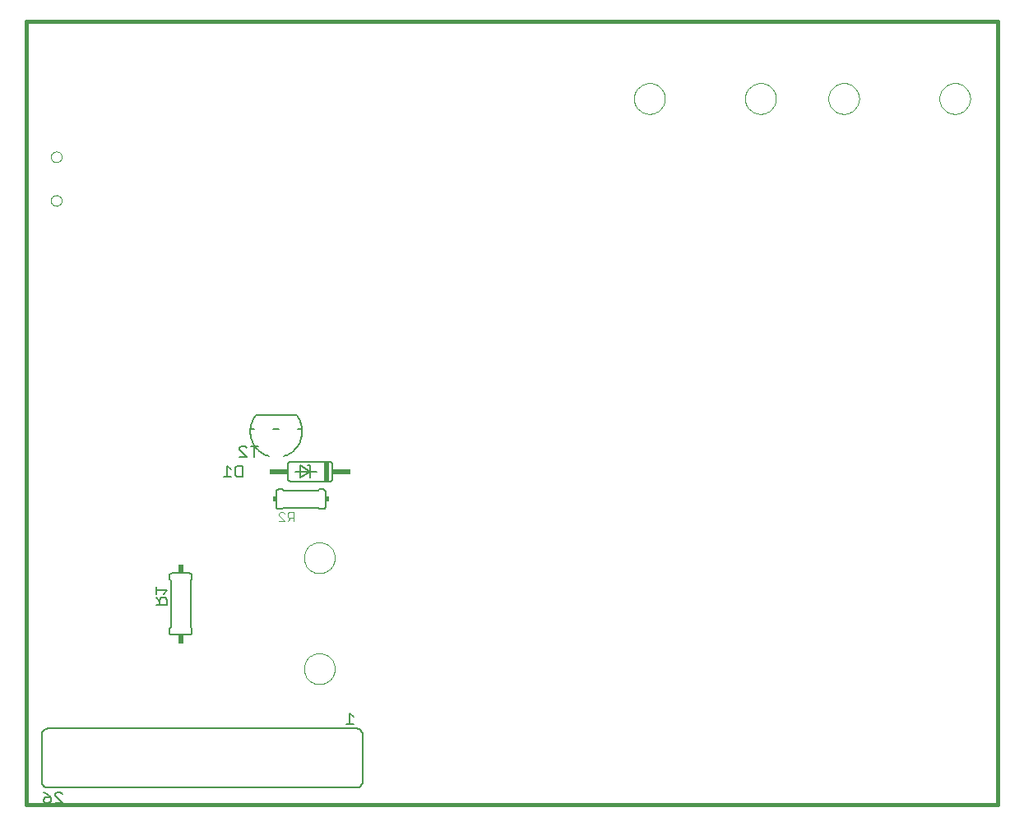
<source format=gbo>
G75*
%MOIN*%
%OFA0B0*%
%FSLAX24Y24*%
%IPPOS*%
%LPD*%
%AMOC8*
5,1,8,0,0,1.08239X$1,22.5*
%
%ADD10C,0.0160*%
%ADD11C,0.0000*%
%ADD12C,0.0060*%
%ADD13R,0.0240X0.0340*%
%ADD14C,0.0050*%
%ADD15C,0.0040*%
%ADD16R,0.0150X0.0200*%
%ADD17R,0.0200X0.0800*%
%ADD18R,0.0750X0.0200*%
D10*
X005898Y000275D02*
X005898Y032021D01*
X045268Y032021D01*
X045268Y000275D01*
X005898Y000275D01*
D11*
X017149Y005775D02*
X017151Y005825D01*
X017157Y005874D01*
X017167Y005922D01*
X017180Y005970D01*
X017198Y006017D01*
X017219Y006062D01*
X017243Y006105D01*
X017271Y006146D01*
X017302Y006184D01*
X017336Y006221D01*
X017373Y006254D01*
X017412Y006284D01*
X017454Y006311D01*
X017497Y006335D01*
X017543Y006355D01*
X017590Y006371D01*
X017638Y006384D01*
X017686Y006393D01*
X017736Y006398D01*
X017785Y006399D01*
X017835Y006396D01*
X017884Y006389D01*
X017933Y006378D01*
X017980Y006364D01*
X018026Y006345D01*
X018071Y006323D01*
X018113Y006298D01*
X018154Y006269D01*
X018192Y006238D01*
X018227Y006203D01*
X018260Y006165D01*
X018289Y006126D01*
X018315Y006083D01*
X018338Y006039D01*
X018357Y005994D01*
X018373Y005946D01*
X018385Y005898D01*
X018393Y005849D01*
X018397Y005800D01*
X018397Y005750D01*
X018393Y005701D01*
X018385Y005652D01*
X018373Y005604D01*
X018357Y005556D01*
X018338Y005511D01*
X018315Y005467D01*
X018289Y005424D01*
X018260Y005385D01*
X018227Y005347D01*
X018192Y005312D01*
X018154Y005281D01*
X018113Y005252D01*
X018071Y005227D01*
X018026Y005205D01*
X017980Y005186D01*
X017933Y005172D01*
X017884Y005161D01*
X017835Y005154D01*
X017785Y005151D01*
X017736Y005152D01*
X017686Y005157D01*
X017638Y005166D01*
X017590Y005179D01*
X017543Y005195D01*
X017497Y005215D01*
X017454Y005239D01*
X017412Y005266D01*
X017373Y005296D01*
X017336Y005329D01*
X017302Y005366D01*
X017271Y005404D01*
X017243Y005445D01*
X017219Y005488D01*
X017198Y005533D01*
X017180Y005580D01*
X017167Y005628D01*
X017157Y005676D01*
X017151Y005725D01*
X017149Y005775D01*
X017149Y010275D02*
X017151Y010325D01*
X017157Y010374D01*
X017167Y010422D01*
X017180Y010470D01*
X017198Y010517D01*
X017219Y010562D01*
X017243Y010605D01*
X017271Y010646D01*
X017302Y010684D01*
X017336Y010721D01*
X017373Y010754D01*
X017412Y010784D01*
X017454Y010811D01*
X017497Y010835D01*
X017543Y010855D01*
X017590Y010871D01*
X017638Y010884D01*
X017686Y010893D01*
X017736Y010898D01*
X017785Y010899D01*
X017835Y010896D01*
X017884Y010889D01*
X017933Y010878D01*
X017980Y010864D01*
X018026Y010845D01*
X018071Y010823D01*
X018113Y010798D01*
X018154Y010769D01*
X018192Y010738D01*
X018227Y010703D01*
X018260Y010665D01*
X018289Y010626D01*
X018315Y010583D01*
X018338Y010539D01*
X018357Y010494D01*
X018373Y010446D01*
X018385Y010398D01*
X018393Y010349D01*
X018397Y010300D01*
X018397Y010250D01*
X018393Y010201D01*
X018385Y010152D01*
X018373Y010104D01*
X018357Y010056D01*
X018338Y010011D01*
X018315Y009967D01*
X018289Y009924D01*
X018260Y009885D01*
X018227Y009847D01*
X018192Y009812D01*
X018154Y009781D01*
X018113Y009752D01*
X018071Y009727D01*
X018026Y009705D01*
X017980Y009686D01*
X017933Y009672D01*
X017884Y009661D01*
X017835Y009654D01*
X017785Y009651D01*
X017736Y009652D01*
X017686Y009657D01*
X017638Y009666D01*
X017590Y009679D01*
X017543Y009695D01*
X017497Y009715D01*
X017454Y009739D01*
X017412Y009766D01*
X017373Y009796D01*
X017336Y009829D01*
X017302Y009866D01*
X017271Y009904D01*
X017243Y009945D01*
X017219Y009988D01*
X017198Y010033D01*
X017180Y010080D01*
X017167Y010128D01*
X017157Y010176D01*
X017151Y010225D01*
X017149Y010275D01*
X006892Y024764D02*
X006894Y024793D01*
X006900Y024821D01*
X006909Y024849D01*
X006922Y024875D01*
X006939Y024898D01*
X006958Y024920D01*
X006980Y024939D01*
X007005Y024954D01*
X007031Y024967D01*
X007059Y024975D01*
X007087Y024980D01*
X007116Y024981D01*
X007145Y024978D01*
X007173Y024971D01*
X007200Y024961D01*
X007226Y024947D01*
X007249Y024930D01*
X007270Y024910D01*
X007288Y024887D01*
X007303Y024862D01*
X007314Y024835D01*
X007322Y024807D01*
X007326Y024778D01*
X007326Y024750D01*
X007322Y024721D01*
X007314Y024693D01*
X007303Y024666D01*
X007288Y024641D01*
X007270Y024618D01*
X007249Y024598D01*
X007226Y024581D01*
X007200Y024567D01*
X007173Y024557D01*
X007145Y024550D01*
X007116Y024547D01*
X007087Y024548D01*
X007059Y024553D01*
X007031Y024561D01*
X007005Y024574D01*
X006980Y024589D01*
X006958Y024608D01*
X006939Y024630D01*
X006922Y024653D01*
X006909Y024679D01*
X006900Y024707D01*
X006894Y024735D01*
X006892Y024764D01*
X006892Y026536D02*
X006894Y026565D01*
X006900Y026593D01*
X006909Y026621D01*
X006922Y026647D01*
X006939Y026670D01*
X006958Y026692D01*
X006980Y026711D01*
X007005Y026726D01*
X007031Y026739D01*
X007059Y026747D01*
X007087Y026752D01*
X007116Y026753D01*
X007145Y026750D01*
X007173Y026743D01*
X007200Y026733D01*
X007226Y026719D01*
X007249Y026702D01*
X007270Y026682D01*
X007288Y026659D01*
X007303Y026634D01*
X007314Y026607D01*
X007322Y026579D01*
X007326Y026550D01*
X007326Y026522D01*
X007322Y026493D01*
X007314Y026465D01*
X007303Y026438D01*
X007288Y026413D01*
X007270Y026390D01*
X007249Y026370D01*
X007226Y026353D01*
X007200Y026339D01*
X007173Y026329D01*
X007145Y026322D01*
X007116Y026319D01*
X007087Y026320D01*
X007059Y026325D01*
X007031Y026333D01*
X007005Y026346D01*
X006980Y026361D01*
X006958Y026380D01*
X006939Y026402D01*
X006922Y026425D01*
X006909Y026451D01*
X006900Y026479D01*
X006894Y026507D01*
X006892Y026536D01*
X030524Y028900D02*
X030526Y028950D01*
X030532Y028999D01*
X030542Y029047D01*
X030555Y029095D01*
X030573Y029142D01*
X030594Y029187D01*
X030618Y029230D01*
X030646Y029271D01*
X030677Y029309D01*
X030711Y029346D01*
X030748Y029379D01*
X030787Y029409D01*
X030829Y029436D01*
X030872Y029460D01*
X030918Y029480D01*
X030965Y029496D01*
X031013Y029509D01*
X031061Y029518D01*
X031111Y029523D01*
X031160Y029524D01*
X031210Y029521D01*
X031259Y029514D01*
X031308Y029503D01*
X031355Y029489D01*
X031401Y029470D01*
X031446Y029448D01*
X031488Y029423D01*
X031529Y029394D01*
X031567Y029363D01*
X031602Y029328D01*
X031635Y029290D01*
X031664Y029251D01*
X031690Y029208D01*
X031713Y029164D01*
X031732Y029119D01*
X031748Y029071D01*
X031760Y029023D01*
X031768Y028974D01*
X031772Y028925D01*
X031772Y028875D01*
X031768Y028826D01*
X031760Y028777D01*
X031748Y028729D01*
X031732Y028681D01*
X031713Y028636D01*
X031690Y028592D01*
X031664Y028549D01*
X031635Y028510D01*
X031602Y028472D01*
X031567Y028437D01*
X031529Y028406D01*
X031488Y028377D01*
X031446Y028352D01*
X031401Y028330D01*
X031355Y028311D01*
X031308Y028297D01*
X031259Y028286D01*
X031210Y028279D01*
X031160Y028276D01*
X031111Y028277D01*
X031061Y028282D01*
X031013Y028291D01*
X030965Y028304D01*
X030918Y028320D01*
X030872Y028340D01*
X030829Y028364D01*
X030787Y028391D01*
X030748Y028421D01*
X030711Y028454D01*
X030677Y028491D01*
X030646Y028529D01*
X030618Y028570D01*
X030594Y028613D01*
X030573Y028658D01*
X030555Y028705D01*
X030542Y028753D01*
X030532Y028801D01*
X030526Y028850D01*
X030524Y028900D01*
X035024Y028900D02*
X035026Y028950D01*
X035032Y028999D01*
X035042Y029047D01*
X035055Y029095D01*
X035073Y029142D01*
X035094Y029187D01*
X035118Y029230D01*
X035146Y029271D01*
X035177Y029309D01*
X035211Y029346D01*
X035248Y029379D01*
X035287Y029409D01*
X035329Y029436D01*
X035372Y029460D01*
X035418Y029480D01*
X035465Y029496D01*
X035513Y029509D01*
X035561Y029518D01*
X035611Y029523D01*
X035660Y029524D01*
X035710Y029521D01*
X035759Y029514D01*
X035808Y029503D01*
X035855Y029489D01*
X035901Y029470D01*
X035946Y029448D01*
X035988Y029423D01*
X036029Y029394D01*
X036067Y029363D01*
X036102Y029328D01*
X036135Y029290D01*
X036164Y029251D01*
X036190Y029208D01*
X036213Y029164D01*
X036232Y029119D01*
X036248Y029071D01*
X036260Y029023D01*
X036268Y028974D01*
X036272Y028925D01*
X036272Y028875D01*
X036268Y028826D01*
X036260Y028777D01*
X036248Y028729D01*
X036232Y028681D01*
X036213Y028636D01*
X036190Y028592D01*
X036164Y028549D01*
X036135Y028510D01*
X036102Y028472D01*
X036067Y028437D01*
X036029Y028406D01*
X035988Y028377D01*
X035946Y028352D01*
X035901Y028330D01*
X035855Y028311D01*
X035808Y028297D01*
X035759Y028286D01*
X035710Y028279D01*
X035660Y028276D01*
X035611Y028277D01*
X035561Y028282D01*
X035513Y028291D01*
X035465Y028304D01*
X035418Y028320D01*
X035372Y028340D01*
X035329Y028364D01*
X035287Y028391D01*
X035248Y028421D01*
X035211Y028454D01*
X035177Y028491D01*
X035146Y028529D01*
X035118Y028570D01*
X035094Y028613D01*
X035073Y028658D01*
X035055Y028705D01*
X035042Y028753D01*
X035032Y028801D01*
X035026Y028850D01*
X035024Y028900D01*
X038399Y028900D02*
X038401Y028950D01*
X038407Y028999D01*
X038417Y029047D01*
X038430Y029095D01*
X038448Y029142D01*
X038469Y029187D01*
X038493Y029230D01*
X038521Y029271D01*
X038552Y029309D01*
X038586Y029346D01*
X038623Y029379D01*
X038662Y029409D01*
X038704Y029436D01*
X038747Y029460D01*
X038793Y029480D01*
X038840Y029496D01*
X038888Y029509D01*
X038936Y029518D01*
X038986Y029523D01*
X039035Y029524D01*
X039085Y029521D01*
X039134Y029514D01*
X039183Y029503D01*
X039230Y029489D01*
X039276Y029470D01*
X039321Y029448D01*
X039363Y029423D01*
X039404Y029394D01*
X039442Y029363D01*
X039477Y029328D01*
X039510Y029290D01*
X039539Y029251D01*
X039565Y029208D01*
X039588Y029164D01*
X039607Y029119D01*
X039623Y029071D01*
X039635Y029023D01*
X039643Y028974D01*
X039647Y028925D01*
X039647Y028875D01*
X039643Y028826D01*
X039635Y028777D01*
X039623Y028729D01*
X039607Y028681D01*
X039588Y028636D01*
X039565Y028592D01*
X039539Y028549D01*
X039510Y028510D01*
X039477Y028472D01*
X039442Y028437D01*
X039404Y028406D01*
X039363Y028377D01*
X039321Y028352D01*
X039276Y028330D01*
X039230Y028311D01*
X039183Y028297D01*
X039134Y028286D01*
X039085Y028279D01*
X039035Y028276D01*
X038986Y028277D01*
X038936Y028282D01*
X038888Y028291D01*
X038840Y028304D01*
X038793Y028320D01*
X038747Y028340D01*
X038704Y028364D01*
X038662Y028391D01*
X038623Y028421D01*
X038586Y028454D01*
X038552Y028491D01*
X038521Y028529D01*
X038493Y028570D01*
X038469Y028613D01*
X038448Y028658D01*
X038430Y028705D01*
X038417Y028753D01*
X038407Y028801D01*
X038401Y028850D01*
X038399Y028900D01*
X042899Y028900D02*
X042901Y028950D01*
X042907Y028999D01*
X042917Y029047D01*
X042930Y029095D01*
X042948Y029142D01*
X042969Y029187D01*
X042993Y029230D01*
X043021Y029271D01*
X043052Y029309D01*
X043086Y029346D01*
X043123Y029379D01*
X043162Y029409D01*
X043204Y029436D01*
X043247Y029460D01*
X043293Y029480D01*
X043340Y029496D01*
X043388Y029509D01*
X043436Y029518D01*
X043486Y029523D01*
X043535Y029524D01*
X043585Y029521D01*
X043634Y029514D01*
X043683Y029503D01*
X043730Y029489D01*
X043776Y029470D01*
X043821Y029448D01*
X043863Y029423D01*
X043904Y029394D01*
X043942Y029363D01*
X043977Y029328D01*
X044010Y029290D01*
X044039Y029251D01*
X044065Y029208D01*
X044088Y029164D01*
X044107Y029119D01*
X044123Y029071D01*
X044135Y029023D01*
X044143Y028974D01*
X044147Y028925D01*
X044147Y028875D01*
X044143Y028826D01*
X044135Y028777D01*
X044123Y028729D01*
X044107Y028681D01*
X044088Y028636D01*
X044065Y028592D01*
X044039Y028549D01*
X044010Y028510D01*
X043977Y028472D01*
X043942Y028437D01*
X043904Y028406D01*
X043863Y028377D01*
X043821Y028352D01*
X043776Y028330D01*
X043730Y028311D01*
X043683Y028297D01*
X043634Y028286D01*
X043585Y028279D01*
X043535Y028276D01*
X043486Y028277D01*
X043436Y028282D01*
X043388Y028291D01*
X043340Y028304D01*
X043293Y028320D01*
X043247Y028340D01*
X043204Y028364D01*
X043162Y028391D01*
X043123Y028421D01*
X043086Y028454D01*
X043052Y028491D01*
X043021Y028529D01*
X042993Y028570D01*
X042969Y028613D01*
X042948Y028658D01*
X042930Y028705D01*
X042917Y028753D01*
X042907Y028801D01*
X042901Y028850D01*
X042899Y028900D01*
D12*
X018298Y014075D02*
X018298Y013475D01*
X018296Y013458D01*
X018292Y013441D01*
X018285Y013425D01*
X018275Y013411D01*
X018262Y013398D01*
X018248Y013388D01*
X018232Y013381D01*
X018215Y013377D01*
X018198Y013375D01*
X016598Y013375D01*
X016581Y013377D01*
X016564Y013381D01*
X016548Y013388D01*
X016534Y013398D01*
X016521Y013411D01*
X016511Y013425D01*
X016504Y013441D01*
X016500Y013458D01*
X016498Y013475D01*
X016498Y014075D01*
X016500Y014092D01*
X016504Y014109D01*
X016511Y014125D01*
X016521Y014139D01*
X016534Y014152D01*
X016548Y014162D01*
X016564Y014169D01*
X016581Y014173D01*
X016598Y014175D01*
X018198Y014175D01*
X018215Y014173D01*
X018232Y014169D01*
X018248Y014162D01*
X018262Y014152D01*
X018275Y014139D01*
X018285Y014125D01*
X018292Y014109D01*
X018296Y014092D01*
X018298Y014075D01*
X017648Y013775D02*
X017398Y013775D01*
X017398Y014025D01*
X017298Y014025D01*
X017398Y013775D02*
X017398Y013525D01*
X017398Y013775D02*
X016998Y014025D01*
X016998Y013525D01*
X017398Y013775D01*
X016798Y013775D01*
X016273Y013050D02*
X016323Y013000D01*
X017723Y013000D01*
X017773Y013050D01*
X017923Y013050D01*
X017940Y013048D01*
X017957Y013044D01*
X017973Y013037D01*
X017987Y013027D01*
X018000Y013014D01*
X018010Y013000D01*
X018017Y012984D01*
X018021Y012967D01*
X018023Y012950D01*
X018023Y012350D01*
X018021Y012333D01*
X018017Y012316D01*
X018010Y012300D01*
X018000Y012286D01*
X017987Y012273D01*
X017973Y012263D01*
X017957Y012256D01*
X017940Y012252D01*
X017923Y012250D01*
X017773Y012250D01*
X017723Y012300D01*
X016323Y012300D01*
X016273Y012250D01*
X016123Y012250D01*
X016106Y012252D01*
X016089Y012256D01*
X016073Y012263D01*
X016059Y012273D01*
X016046Y012286D01*
X016036Y012300D01*
X016029Y012316D01*
X016025Y012333D01*
X016023Y012350D01*
X016023Y012950D01*
X016025Y012967D01*
X016029Y012984D01*
X016036Y013000D01*
X016046Y013014D01*
X016059Y013027D01*
X016073Y013037D01*
X016089Y013044D01*
X016106Y013048D01*
X016123Y013050D01*
X016273Y013050D01*
X012498Y009650D02*
X011798Y009650D01*
X011781Y009648D01*
X011764Y009644D01*
X011748Y009637D01*
X011734Y009627D01*
X011721Y009614D01*
X011711Y009600D01*
X011704Y009584D01*
X011700Y009567D01*
X011698Y009550D01*
X011698Y009400D01*
X011748Y009350D01*
X011748Y007450D01*
X011698Y007400D01*
X011698Y007250D01*
X011700Y007233D01*
X011704Y007216D01*
X011711Y007200D01*
X011721Y007186D01*
X011734Y007173D01*
X011748Y007163D01*
X011764Y007156D01*
X011781Y007152D01*
X011798Y007150D01*
X012498Y007150D01*
X012515Y007152D01*
X012532Y007156D01*
X012548Y007163D01*
X012562Y007173D01*
X012575Y007186D01*
X012585Y007200D01*
X012592Y007216D01*
X012596Y007233D01*
X012598Y007250D01*
X012598Y007400D01*
X012548Y007450D01*
X012548Y009350D01*
X012598Y009400D01*
X012598Y009550D01*
X012596Y009567D01*
X012592Y009584D01*
X012585Y009600D01*
X012575Y009614D01*
X012562Y009627D01*
X012548Y009637D01*
X012532Y009644D01*
X012515Y009648D01*
X012498Y009650D01*
X006773Y003350D02*
X019273Y003350D01*
X019303Y003348D01*
X019333Y003343D01*
X019362Y003334D01*
X019389Y003321D01*
X019415Y003306D01*
X019439Y003287D01*
X019460Y003266D01*
X019479Y003242D01*
X019494Y003216D01*
X019507Y003189D01*
X019516Y003160D01*
X019521Y003130D01*
X019523Y003100D01*
X019523Y001200D01*
X019521Y001170D01*
X019516Y001140D01*
X019507Y001111D01*
X019494Y001084D01*
X019479Y001058D01*
X019460Y001034D01*
X019439Y001013D01*
X019415Y000994D01*
X019389Y000979D01*
X019362Y000966D01*
X019333Y000957D01*
X019303Y000952D01*
X019273Y000950D01*
X006773Y000950D01*
X006743Y000952D01*
X006713Y000957D01*
X006684Y000966D01*
X006657Y000979D01*
X006631Y000994D01*
X006607Y001013D01*
X006586Y001034D01*
X006567Y001058D01*
X006552Y001084D01*
X006539Y001111D01*
X006530Y001140D01*
X006525Y001170D01*
X006523Y001200D01*
X006523Y003100D01*
X006525Y003130D01*
X006530Y003160D01*
X006539Y003189D01*
X006552Y003216D01*
X006567Y003242D01*
X006586Y003266D01*
X006607Y003287D01*
X006631Y003306D01*
X006657Y003321D01*
X006684Y003334D01*
X006713Y003343D01*
X006743Y003348D01*
X006773Y003350D01*
D13*
X012148Y006980D03*
X012148Y009820D03*
D14*
X011598Y008961D02*
X011148Y008961D01*
X011148Y009111D02*
X011148Y008810D01*
X011148Y008650D02*
X011298Y008500D01*
X011298Y008575D02*
X011298Y008350D01*
X011148Y008350D02*
X011598Y008350D01*
X011598Y008575D01*
X011523Y008650D01*
X011373Y008650D01*
X011298Y008575D01*
X011448Y008810D02*
X011598Y008961D01*
X013887Y013550D02*
X014187Y013550D01*
X014037Y013550D02*
X014037Y014000D01*
X014187Y013850D01*
X014348Y013925D02*
X014423Y014000D01*
X014648Y014000D01*
X014648Y013550D01*
X014423Y013550D01*
X014348Y013625D01*
X014348Y013925D01*
X014533Y014350D02*
X014833Y014350D01*
X014533Y014650D01*
X014533Y014725D01*
X014608Y014800D01*
X014758Y014800D01*
X014833Y014725D01*
X014993Y014800D02*
X015294Y014800D01*
X015144Y014800D02*
X015144Y014350D01*
X015713Y014397D02*
X015654Y014417D01*
X015597Y014440D01*
X015540Y014467D01*
X015486Y014498D01*
X015433Y014531D01*
X015383Y014568D01*
X015334Y014607D01*
X015289Y014650D01*
X015245Y014695D01*
X015205Y014742D01*
X015167Y014792D01*
X015132Y014844D01*
X015101Y014898D01*
X015073Y014953D01*
X015048Y015010D01*
X015027Y015069D01*
X015009Y015129D01*
X014994Y015190D01*
X014984Y015251D01*
X014977Y015313D01*
X014973Y015375D01*
X014974Y015438D01*
X014978Y015500D01*
X015136Y015500D01*
X015198Y016050D02*
X016847Y016050D01*
X016910Y015500D02*
X017068Y015500D01*
X016136Y015500D02*
X015910Y015500D01*
X015198Y016050D02*
X015163Y016002D01*
X015130Y015952D01*
X015099Y015900D01*
X015072Y015846D01*
X015048Y015791D01*
X015028Y015734D01*
X015010Y015677D01*
X014996Y015619D01*
X014985Y015560D01*
X014978Y015500D01*
X016333Y014397D02*
X016393Y014417D01*
X016452Y014441D01*
X016509Y014469D01*
X016564Y014500D01*
X016618Y014535D01*
X016669Y014572D01*
X016718Y014613D01*
X016764Y014657D01*
X016808Y014703D01*
X016849Y014752D01*
X016887Y014803D01*
X016921Y014856D01*
X016953Y014912D01*
X016980Y014969D01*
X017005Y015028D01*
X017025Y015088D01*
X017043Y015149D01*
X017056Y015211D01*
X017065Y015274D01*
X017071Y015337D01*
X017073Y015401D01*
X017071Y015465D01*
X017065Y015528D01*
X017056Y015591D01*
X017042Y015653D01*
X017025Y015714D01*
X017004Y015774D01*
X016980Y015833D01*
X016952Y015890D01*
X016920Y015946D01*
X016885Y015999D01*
X016848Y016050D01*
X018998Y003975D02*
X018998Y003525D01*
X019148Y003525D02*
X018848Y003525D01*
X019148Y003825D02*
X018998Y003975D01*
X007348Y000700D02*
X007273Y000775D01*
X007123Y000775D01*
X007048Y000700D01*
X007048Y000625D01*
X007348Y000325D01*
X007048Y000325D01*
X006887Y000400D02*
X006812Y000325D01*
X006662Y000325D01*
X006587Y000400D01*
X006587Y000475D01*
X006662Y000550D01*
X006887Y000550D01*
X006887Y000400D01*
X006887Y000550D02*
X006737Y000700D01*
X006587Y000775D01*
D15*
X016128Y011770D02*
X016362Y011770D01*
X016128Y012004D01*
X016128Y012062D01*
X016187Y012120D01*
X016304Y012120D01*
X016362Y012062D01*
X016488Y012062D02*
X016488Y011945D01*
X016546Y011887D01*
X016721Y011887D01*
X016604Y011887D02*
X016488Y011770D01*
X016721Y011770D02*
X016721Y012120D01*
X016546Y012120D01*
X016488Y012062D01*
D16*
X015948Y012650D03*
X018098Y012650D03*
D17*
X018048Y013775D03*
D18*
X018673Y013775D03*
X016123Y013775D03*
M02*

</source>
